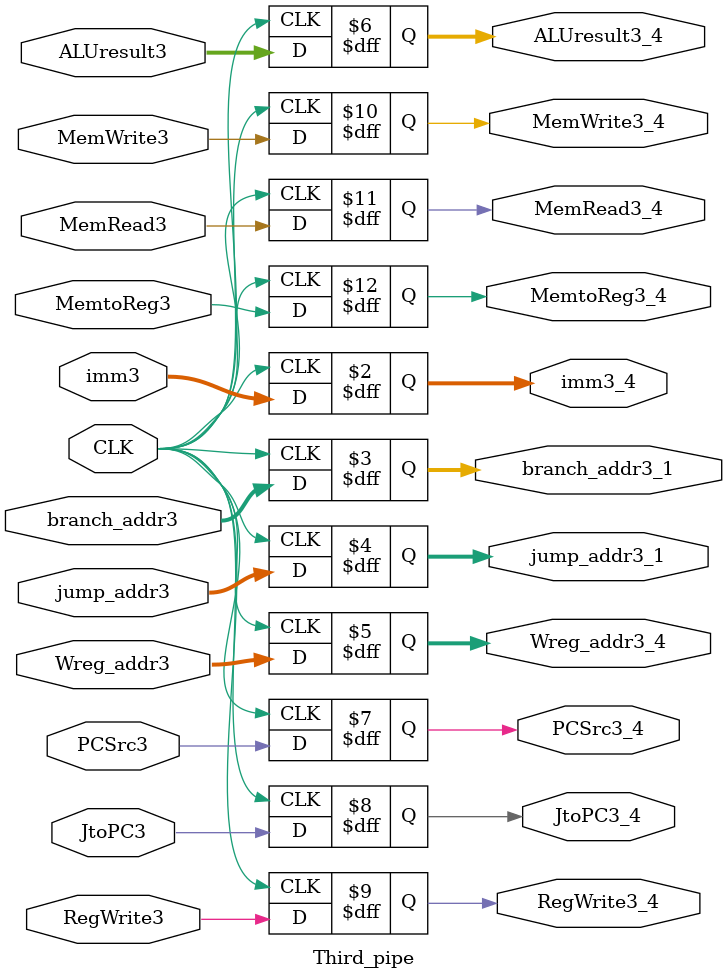
<source format=v>
module Third_pipe(
  input wire CLK,
  input wire [31:0] imm3,
  input wire [31:0] branch_addr3,
  input wire [31:0] jump_addr3,
  input wire [4:0] Wreg_addr3,
  input wire [31:0] ALUresult3,
  input wire PCSrc3,
  input wire JtoPC3,
  input wire RegWrite3,
  input wire MemWrite3,
  input wire MemRead3,
  input wire MemtoReg3,

  output reg [31:0] imm3_4,
  output reg [31:0] branch_addr3_1,
  output reg [31:0] jump_addr3_1,
  output reg [4:0] Wreg_addr3_4,
  output reg [31:0] ALUresult3_4,
  output reg PCSrc3_4,
  output reg JtoPC3_4,
  output reg RegWrite3_4,
  output reg MemWrite3_4,
  output reg MemRead3_4,
  output reg MemtoReg3_4
);



always @(negedge CLK)
begin
  imm3_4 <= imm3;
  Wreg_addr3_4 <= Wreg_addr3;
  ALUresult3_4 <= ALUresult3;
  jump_addr3_1 <= jump_addr3;
  branch_addr3_1 <= branch_addr3;

  PCSrc3_4 <= PCSrc3;
  JtoPC3_4 <= JtoPC3;
  RegWrite3_4 <= RegWrite3;
  MemWrite3_4 <= MemWrite3;
  MemRead3_4 <= MemRead3;
  MemtoReg3_4 <= MemtoReg3;
end
endmodule

</source>
